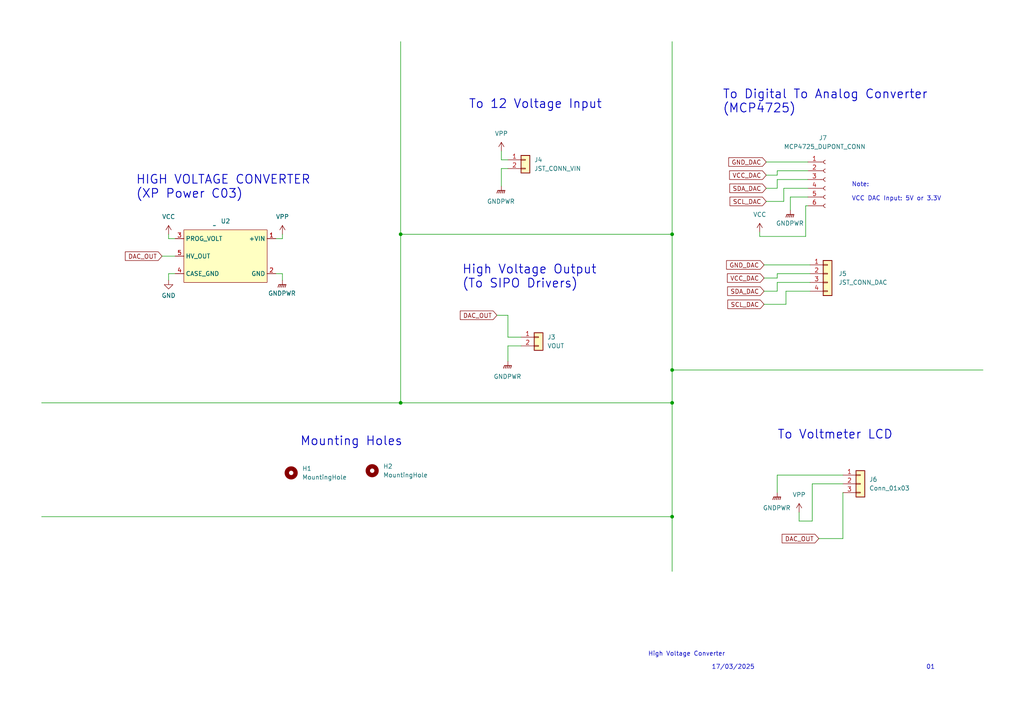
<source format=kicad_sch>
(kicad_sch (version 20230121) (generator eeschema)
  (paper "A4")
  (lib_symbols
    (symbol "C03_1"
      (property "Reference" "U" (at 0 10.16 0))
      (symbol "C03_1_1_1"
        (rectangle (start -12.7 7.62) (end 11.43 -7.62) (fill (type background)))
        (pin input line (at 13.97 5.08 180) (length 2.54) (name "+VIN") (number "1"))
        (pin input line (at 13.97 -5.08 180) (length 2.54) (name "GND") (number "2"))
        (pin input line (at -15.24 5.08 0) (length 2.54) (name "PROG_VOLT") (number "3"))
        (pin input line (at -15.24 -5.08 0) (length 2.54) (name "CASE_GND") (number "4"))
        (pin output line (at -15.24 0 0) (length 2.54) (name "HV_OUT") (number "5"))
      )
    )
    (symbol "Connector:Conn_01x06_Socket" (pin_names (offset 1.016) hide)
      (property "Reference" "J" (at 0 7.62 0))
      (property "Value" "Conn_01x06_Socket" (at 0 -10.16 0))
      (symbol "Conn_01x06_Socket_1_1"
        (arc (start 0 -7.112) (mid -0.5058 -7.62) (end 0 -8.128) (stroke (width 0.1524)))
        (arc (start 0 -4.572) (mid -0.5058 -5.08) (end 0 -5.588) (stroke (width 0.1524)))
        (arc (start 0 -2.032) (mid -0.5058 -2.54) (end 0 -3.048) (stroke (width 0.1524)))
        (polyline (pts (xy -1.27 -7.62) (xy -0.508 -7.62)) (stroke (width 0.1524)))
        (polyline (pts (xy -1.27 -5.08) (xy -0.508 -5.08)) (stroke (width 0.1524)))
        (polyline (pts (xy -1.27 -2.54) (xy -0.508 -2.54)) (stroke (width 0.1524)))
        (polyline (pts (xy -1.27 0) (xy -0.508 0)) (stroke (width 0.1524)))
        (polyline (pts (xy -1.27 2.54) (xy -0.508 2.54)) (stroke (width 0.1524)))
        (polyline (pts (xy -1.27 5.08) (xy -0.508 5.08)) (stroke (width 0.1524)))
        (arc (start 0 0.508) (mid -0.5058 0) (end 0 -0.508) (stroke (width 0.1524)))
        (arc (start 0 3.048) (mid -0.5058 2.54) (end 0 2.032) (stroke (width 0.1524)))
        (arc (start 0 5.588) (mid -0.5058 5.08) (end 0 4.572) (stroke (width 0.1524)))
        (pin passive line (at -5.08 5.08 0) (length 3.81) (name "Pin_1") (number "1"))
        (pin passive line (at -5.08 2.54 0) (length 3.81) (name "Pin_2") (number "2"))
        (pin passive line (at -5.08 0 0) (length 3.81) (name "Pin_3") (number "3"))
        (pin passive line (at -5.08 -2.54 0) (length 3.81) (name "Pin_4") (number "4"))
        (pin passive line (at -5.08 -5.08 0) (length 3.81) (name "Pin_5") (number "5"))
        (pin passive line (at -5.08 -7.62 0) (length 3.81) (name "Pin_6") (number "6"))
      )
    )
    (symbol "Connector_Generic:Conn_01x02" (pin_names (offset 1.016) hide)
      (property "Reference" "J" (at 0 2.54 0))
      (property "Value" "Conn_01x02" (at 0 -5.08 0))
      (symbol "Conn_01x02_1_1"
        (rectangle (start -1.27 -2.413) (end 0 -2.667) (stroke (width 0.1524)))
        (rectangle (start -1.27 0.127) (end 0 -0.127) (stroke (width 0.1524)))
        (rectangle (start -1.27 1.27) (end 1.27 -3.81) (stroke (width 0.254)) (fill (type background)))
        (pin passive line (at -5.08 0 0) (length 3.81) (name "Pin_1") (number "1"))
        (pin passive line (at -5.08 -2.54 0) (length 3.81) (name "Pin_2") (number "2"))
      )
    )
    (symbol "Connector_Generic:Conn_01x03" (pin_names (offset 1.016) hide)
      (property "Reference" "J" (at 0 5.08 0))
      (property "Value" "Conn_01x03" (at 0 -5.08 0))
      (symbol "Conn_01x03_1_1"
        (rectangle (start -1.27 -2.413) (end 0 -2.667) (stroke (width 0.1524)))
        (rectangle (start -1.27 0.127) (end 0 -0.127) (stroke (width 0.1524)))
        (rectangle (start -1.27 2.667) (end 0 2.413) (stroke (width 0.1524)))
        (rectangle (start -1.27 3.81) (end 1.27 -3.81) (stroke (width 0.254)) (fill (type background)))
        (pin passive line (at -5.08 2.54 0) (length 3.81) (name "Pin_1") (number "1"))
        (pin passive line (at -5.08 0 0) (length 3.81) (name "Pin_2") (number "2"))
        (pin passive line (at -5.08 -2.54 0) (length 3.81) (name "Pin_3") (number "3"))
      )
    )
    (symbol "Connector_Generic:Conn_01x04" (pin_names (offset 1.016) hide)
      (property "Reference" "J" (at 0 5.08 0))
      (property "Value" "Conn_01x04" (at 0 -7.62 0))
      (symbol "Conn_01x04_1_1"
        (rectangle (start -1.27 -4.953) (end 0 -5.207) (stroke (width 0.1524)))
        (rectangle (start -1.27 -2.413) (end 0 -2.667) (stroke (width 0.1524)))
        (rectangle (start -1.27 0.127) (end 0 -0.127) (stroke (width 0.1524)))
        (rectangle (start -1.27 2.667) (end 0 2.413) (stroke (width 0.1524)))
        (rectangle (start -1.27 3.81) (end 1.27 -6.35) (stroke (width 0.254)) (fill (type background)))
        (pin passive line (at -5.08 2.54 0) (length 3.81) (name "Pin_1") (number "1"))
        (pin passive line (at -5.08 0 0) (length 3.81) (name "Pin_2") (number "2"))
        (pin passive line (at -5.08 -2.54 0) (length 3.81) (name "Pin_3") (number "3"))
        (pin passive line (at -5.08 -5.08 0) (length 3.81) (name "Pin_4") (number "4"))
      )
    )
    (symbol "Mechanical:MountingHole" (pin_names (offset 1.016))
      (property "Reference" "H" (at 0 5.08 0))
      (property "Value" "MountingHole" (at 0 3.175 0))
      (symbol "MountingHole_0_1"
        (circle (center 0 0) (radius 1.27) (stroke (width 1.27)))
      )
    )
    (symbol "power:GND" (power) (pin_names (offset 0))
      (property "Value" "GND" (at 0 -3.81 0))
      (symbol "GND_0_1"
        (polyline (pts (xy 0 0) (xy 0 -1.27) (xy 1.27 -1.27) (xy 0 -2.54) (xy -1.27 -1.27) (xy 0 -1.27)))
      )
      (symbol "GND_1_1"
        (pin power_in line (at 0 0 270) (length 0) hide (name "GND") (number "1"))
      )
    )
    (symbol "power:GNDPWR" (power) (pin_names (offset 0))
      (property "Value" "GNDPWR" (at 0 -3.302 0))
      (symbol "GNDPWR_0_1"
        (polyline (pts (xy 0 -1.27) (xy 0 0)))
        (polyline (pts (xy -1.016 -1.27) (xy -1.27 -2.032) (xy -1.27 -2.032)) (stroke (width 0.2032)))
        (polyline (pts (xy -0.508 -1.27) (xy -0.762 -2.032) (xy -0.762 -2.032)) (stroke (width 0.2032)))
        (polyline (pts (xy 0 -1.27) (xy -0.254 -2.032) (xy -0.254 -2.032)) (stroke (width 0.2032)))
        (polyline (pts (xy 0.508 -1.27) (xy 0.254 -2.032) (xy 0.254 -2.032)) (stroke (width 0.2032)))
        (polyline (pts (xy 1.016 -1.27) (xy -1.016 -1.27) (xy -1.016 -1.27)) (stroke (width 0.2032)))
        (polyline (pts (xy 1.016 -1.27) (xy 0.762 -2.032) (xy 0.762 -2.032) (xy 0.762 -2.032)) (stroke (width 0.2032)))
      )
      (symbol "GNDPWR_1_1"
        (pin power_in line (at 0 0 270) (length 0) hide (name "GNDPWR") (number "1"))
      )
    )
    (symbol "power:VCC" (power) (pin_names (offset 0))
      (property "Value" "VCC" (at 0 3.81 0))
      (symbol "VCC_0_1"
        (polyline (pts (xy -0.762 1.27) (xy 0 2.54)))
        (polyline (pts (xy 0 0) (xy 0 2.54)))
        (polyline (pts (xy 0 2.54) (xy 0.762 1.27)))
      )
      (symbol "VCC_1_1"
        (pin power_in line (at 0 0 90) (length 0) hide (name "VCC") (number "1"))
      )
    )
    (symbol "power:VPP" (power) (pin_names (offset 0))
      (property "Value" "VPP" (at 0 3.81 0))
      (symbol "VPP_0_1"
        (polyline (pts (xy -0.762 1.27) (xy 0 2.54)))
        (polyline (pts (xy 0 0) (xy 0 2.54)))
        (polyline (pts (xy 0 2.54) (xy 0.762 1.27)))
      )
      (symbol "VPP_1_1"
        (pin power_in line (at 0 0 90) (length 0) hide (name "VPP") (number "1"))
      )
    )
  )
  (junction (at 194.945 149.86))
  (junction (at 194.945 67.945))
  (junction (at 116.205 116.84))
  (junction (at 116.205 67.945))
  (junction (at 194.945 107.315))
  (junction (at 194.945 116.84))
  (wire (pts (xy 233.68 68.58) (xy 233.68 59.69)))
  (wire (pts (xy 233.68 59.69) (xy 234.315 59.69)))
  (wire (pts (xy 225.425 50.8) (xy 225.425 49.53)))
  (wire (pts (xy 222.25 58.42) (xy 227.33 58.42)))
  (wire (pts (xy 225.425 52.07) (xy 234.315 52.07)))
  (wire (pts (xy 194.945 116.84) (xy 194.945 149.86)))
  (wire (pts (xy 194.945 149.86) (xy 194.945 165.735)))
  (wire (pts (xy 116.205 67.945) (xy 116.205 116.84)))
  (wire (pts (xy 234.315 46.99) (xy 222.25 46.99)))
  (wire (pts (xy 116.205 116.84) (xy 194.945 116.84)))
  (wire (pts (xy 194.945 107.315) (xy 285.115 107.315)))
  (wire (pts (xy 81.915 69.215) (xy 81.915 67.945)))
  (wire (pts (xy 227.965 88.265) (xy 227.965 84.455)))
  (wire (pts (xy 147.32 100.33) (xy 147.32 104.775)))
  (wire (pts (xy 237.49 156.21) (xy 244.475 156.21)))
  (wire (pts (xy 225.425 49.53) (xy 234.315 49.53)))
  (wire (pts (xy 225.425 79.375) (xy 234.95 79.375)))
  (wire (pts (xy 229.235 57.15) (xy 229.235 60.96)))
  (wire (pts (xy 225.425 81.915) (xy 234.95 81.915)))
  (wire (pts (xy 244.475 137.795) (xy 225.425 137.795)))
  (wire (pts (xy 145.415 48.895) (xy 145.415 53.975)))
  (wire (pts (xy 225.425 54.61) (xy 225.425 52.07)))
  (wire (pts (xy 222.25 54.61) (xy 225.425 54.61)))
  (wire (pts (xy 222.25 50.8) (xy 225.425 50.8)))
  (wire (pts (xy 225.425 80.645) (xy 225.425 79.375)))
  (wire (pts (xy 81.915 79.375) (xy 81.915 81.28)))
  (wire (pts (xy 220.345 68.58) (xy 233.68 68.58)))
  (wire (pts (xy 12.065 116.84) (xy 116.205 116.84)))
  (wire (pts (xy 12.065 149.86) (xy 194.945 149.86)))
  (wire (pts (xy 227.33 58.42) (xy 227.33 54.61)))
  (wire (pts (xy 235.585 151.13) (xy 235.585 140.335)))
  (wire (pts (xy 147.32 48.895) (xy 145.415 48.895)))
  (wire (pts (xy 147.32 91.44) (xy 147.32 97.79)))
  (wire (pts (xy 48.895 81.28) (xy 48.895 79.375)))
  (wire (pts (xy 194.945 67.945) (xy 194.945 107.315)))
  (wire (pts (xy 244.475 142.875) (xy 244.475 156.21)))
  (wire (pts (xy 229.235 57.15) (xy 234.315 57.15)))
  (wire (pts (xy 147.32 100.33) (xy 151.13 100.33)))
  (wire (pts (xy 221.615 84.455) (xy 225.425 84.455)))
  (wire (pts (xy 116.205 12.065) (xy 116.205 67.945)))
  (wire (pts (xy 220.345 68.58) (xy 220.345 67.31)))
  (wire (pts (xy 227.965 84.455) (xy 234.95 84.455)))
  (wire (pts (xy 231.775 148.59) (xy 231.775 151.13)))
  (wire (pts (xy 147.32 46.355) (xy 145.415 46.355)))
  (wire (pts (xy 221.615 88.265) (xy 227.965 88.265)))
  (wire (pts (xy 221.615 80.645) (xy 225.425 80.645)))
  (wire (pts (xy 235.585 140.335) (xy 244.475 140.335)))
  (wire (pts (xy 48.895 67.945) (xy 48.895 69.215)))
  (wire (pts (xy 48.895 69.215) (xy 50.8 69.215)))
  (wire (pts (xy 227.33 54.61) (xy 234.315 54.61)))
  (wire (pts (xy 225.425 84.455) (xy 225.425 81.915)))
  (wire (pts (xy 80.01 69.215) (xy 81.915 69.215)))
  (wire (pts (xy 231.775 151.13) (xy 235.585 151.13)))
  (wire (pts (xy 46.99 74.295) (xy 50.8 74.295)))
  (wire (pts (xy 144.145 91.44) (xy 147.32 91.44)))
  (wire (pts (xy 80.01 79.375) (xy 81.915 79.375)))
  (wire (pts (xy 194.945 12.065) (xy 194.945 67.945)))
  (wire (pts (xy 145.415 46.355) (xy 145.415 43.815)))
  (wire (pts (xy 147.32 97.79) (xy 151.13 97.79)))
  (wire (pts (xy 225.425 137.795) (xy 225.425 142.875)))
  (wire (pts (xy 194.945 107.315) (xy 194.945 116.84)))
  (wire (pts (xy 116.205 67.945) (xy 194.945 67.945)))
  (wire (pts (xy 221.615 76.835) (xy 234.95 76.835)))
  (wire (pts (xy 48.895 79.375) (xy 50.8 79.375)))
  (text "To Voltmeter LCD" (at 225.425 127.635 0) (effects (font (size 2.54 2.54) (thickness 0.254) bold) (justify left bottom)))
  (text "High Voltage Output\n(To SIPO Drivers)" (at 133.985 83.82 0) (effects (font (size 2.54 2.54) (thickness 0.254) bold) (justify left bottom)))
  (text "17/03/2025" (at 206.375 194.31 0) (effects (font (size 1.27 1.27)) (justify left bottom)))
  (text "Mounting Holes" (at 86.995 129.54 0) (effects (font (size 2.54 2.54) (thickness 0.254) bold) (justify left bottom)))
  (text "01" (at 268.605 194.31 0) (effects (font (size 1.27 1.27)) (justify left bottom)))
  (text "Note: \n\nVCC DAC Input: 5V or 3.3V" (at 247.015 58.42 0) (effects (font (size 1.27 1.27)) (justify left bottom)))
  (text "High Voltage Converter" (at 187.96 190.5 0) (effects (font (size 1.27 1.27)) (justify left bottom)))
  (text "HIGH VOLTAGE CONVERTER\n(XP Power C03)" (at 39.37 57.785 0) (effects (font (size 2.54 2.54) (thickness 0.254) bold) (justify left bottom)))
  (text "To Digital To Analog Converter\n(MCP4725)" (at 209.55 33.02 0) (effects (font (size 2.54 2.54) (thickness 0.254) bold) (justify left bottom)))
  (text "To 12 Voltage Input" (at 135.89 31.75 0) (effects (font (size 2.54 2.54) (thickness 0.254) bold) (justify left bottom)))
  (global_label "SDA_DAC" (shape input) (at 222.25 54.61 180) (property "Intersheetrefs" "${INTERSHEET_REFS}" (effects hide)))
  (global_label "GND_DAC" (shape input) (at 222.25 46.99 180) (property "Intersheetrefs" "${INTERSHEET_REFS}" (effects hide)))
  (global_label "SCL_DAC" (shape input) (at 222.25 58.42 180) (property "Intersheetrefs" "${INTERSHEET_REFS}" (effects hide)))
  (global_label "SCL_DAC" (shape input) (at 221.615 88.265 180) (property "Intersheetrefs" "${INTERSHEET_REFS}" (effects hide)))
  (global_label "VCC_DAC" (shape input) (at 221.615 80.645 180) (property "Intersheetrefs" "${INTERSHEET_REFS}" (effects hide)))
  (global_label "GND_DAC" (shape input) (at 221.615 76.835 180) (property "Intersheetrefs" "${INTERSHEET_REFS}" (effects hide)))
  (global_label "SDA_DAC" (shape input) (at 221.615 84.455 180) (property "Intersheetrefs" "${INTERSHEET_REFS}" (effects hide)))
  (global_label "DAC_OUT" (shape input) (at 237.49 156.21 180) (property "Intersheetrefs" "${INTERSHEET_REFS}" (effects hide)))
  (global_label "DAC_OUT" (shape input) (at 46.99 74.295 180) (property "Intersheetrefs" "${INTERSHEET_REFS}" (effects hide)))
  (global_label "DAC_OUT" (shape input) (at 144.145 91.44 180) (property "Intersheetrefs" "${INTERSHEET_REFS}" (effects hide)))
  (global_label "VCC_DAC" (shape input) (at 222.25 50.8 180) (property "Intersheetrefs" "${INTERSHEET_REFS}" (effects hide)))
  (symbol (lib_id "Connector:Conn_01x06_Socket") (at 239.395 52.07 0) (unit 1)
    (property "Reference" "J7" (at 237.49 40.005 0) (effects (justify left)))
    (property "Value" "MCP4725_DUPONT_CONN" (at 227.33 42.545 0) (effects (justify left)))
    (property "Footprint" "Connector_PinSocket_2.54mm:PinSocket_1x06_P2.54mm_Vertical" (effects hide))
  )
  (symbol (lib_id "Mechanical:MountingHole") (at 107.95 136.525 0) (unit 1)
    (property "Reference" "H2" (at 111.125 135.255 0) (effects (justify left)))
    (property "Value" "MountingHole" (at 111.125 137.795 0) (effects (justify left)))
    (property "Footprint" "MountingHole:MountingHole_2.2mm_M2_Pad" (effects hide))
  )
  (symbol (lib_id "Connector_Generic:Conn_01x03") (at 249.555 140.335 0) (unit 1)
    (property "Reference" "J6" (at 252.095 139.065 0) (effects (justify left)))
    (property "Value" "Conn_01x03" (at 252.095 141.605 0) (effects (justify left)))
    (property "Footprint" "Connector_JST:JST_XH_B3B-XH-A_1x03_P2.50mm_Vertical" (effects hide))
  )
  (symbol (lib_id "power:VCC") (at 48.895 67.945 0) (unit 1)
    (property "Reference" "#PWR016" (effects hide))
    (property "Value" "VCC" (at 48.895 62.865 0))
  )
  (symbol (lib_id "power:GNDPWR") (at 81.915 81.28 0) (unit 1)
    (property "Reference" "#PWR015" (effects hide))
    (property "Value" "GNDPWR" (at 81.788 85.09 0))
  )
  (symbol (lib_id "Connector_Generic:Conn_01x02") (at 156.21 97.79 0) (unit 1)
    (property "Reference" "J3" (at 158.75 97.79 0) (effects (justify left)))
    (property "Value" "VOUT" (at 158.75 100.33 0) (effects (justify left)))
    (property "Footprint" "Connector_JST:JST_XH_S2B-XH-A_1x02_P2.50mm_Horizontal" (effects hide))
  )
  (symbol (lib_id "power:VPP") (at 81.915 67.945 0) (unit 1)
    (property "Reference" "#PWR014" (effects hide))
    (property "Value" "VPP" (at 81.915 62.865 0))
  )
  (symbol (lib_id "power:VCC") (at 220.345 67.31 0) (unit 1)
    (property "Reference" "#PWR011" (effects hide))
    (property "Value" "VCC" (at 220.345 62.23 0))
  )
  (symbol (lib_id "Connector_Generic:Conn_01x02") (at 152.4 46.355 0) (unit 1)
    (property "Reference" "J4" (at 154.94 46.355 0) (effects (justify left)))
    (property "Value" "JST_CONN_VIN" (at 154.94 48.895 0) (effects (justify left)))
    (property "Footprint" "Connector_JST:JST_XH_S2B-XH-A_1x02_P2.50mm_Horizontal" (effects hide))
  )
  (symbol (lib_id "power:VPP") (at 231.775 148.59 0) (unit 1)
    (property "Reference" "#PWR03" (effects hide))
    (property "Value" "VPP" (at 231.775 143.51 0))
  )
  (symbol (lib_id "power:VPP") (at 145.415 43.815 0) (unit 1)
    (property "Reference" "#PWR01" (effects hide))
    (property "Value" "VPP" (at 145.415 38.735 0))
  )
  (symbol (lib_id "power:GNDPWR") (at 145.415 53.975 0) (unit 1)
    (property "Reference" "#PWR05" (effects hide))
    (property "Value" "GNDPWR" (at 145.288 58.42 0))
  )
  (symbol (lib_id "power:GNDPWR") (at 147.32 104.775 0) (unit 1)
    (property "Reference" "#PWR09" (effects hide))
    (property "Value" "GNDPWR" (at 147.193 109.22 0))
  )
  (symbol (lib_id "power:GNDPWR") (at 225.425 142.875 0) (unit 1)
    (property "Reference" "#PWR02" (effects hide))
    (property "Value" "GNDPWR" (at 225.298 147.32 0))
  )
  (symbol (lib_id "Mechanical:MountingHole") (at 84.455 137.16 0) (unit 1)
    (property "Reference" "H1" (at 87.63 135.89 0) (effects (justify left)))
    (property "Value" "MountingHole" (at 87.63 138.43 0) (effects (justify left)))
    (property "Footprint" "MountingHole:MountingHole_2.2mm_M2_Pad" (effects hide))
  )
  (symbol (lib_id "power:GND") (at 48.895 81.28 0) (unit 1)
    (property "Reference" "#PWR017" (effects hide))
    (property "Value" "GND" (at 48.895 85.725 0))
  )
  (symbol (lib_id "power:GNDPWR") (at 229.235 60.96 0) (unit 1)
    (property "Reference" "#PWR010" (effects hide))
    (property "Value" "GNDPWR" (at 229.108 64.77 0))
  )
  (symbol (lib_id "Connector_Generic:Conn_01x04") (at 240.03 79.375 0) (unit 1)
    (property "Reference" "J5" (at 243.205 79.375 0) (effects (justify left)))
    (property "Value" "JST_CONN_DAC" (at 243.205 81.915 0) (effects (justify left)))
    (property "Footprint" "Connector_JST:JST_XH_S4B-XH-A_1x04_P2.50mm_Horizontal" (effects hide))
  )
  (symbol (lib_name "C03_1") (lib_id "XP_Power_C3:C03") (at 66.04 74.295 0) (unit 1)
    (property "Reference" "U2" (at 65.405 64.135 0))
    (property "Value" "~" (at 62.23 65.405 0))
  )
)
</source>
